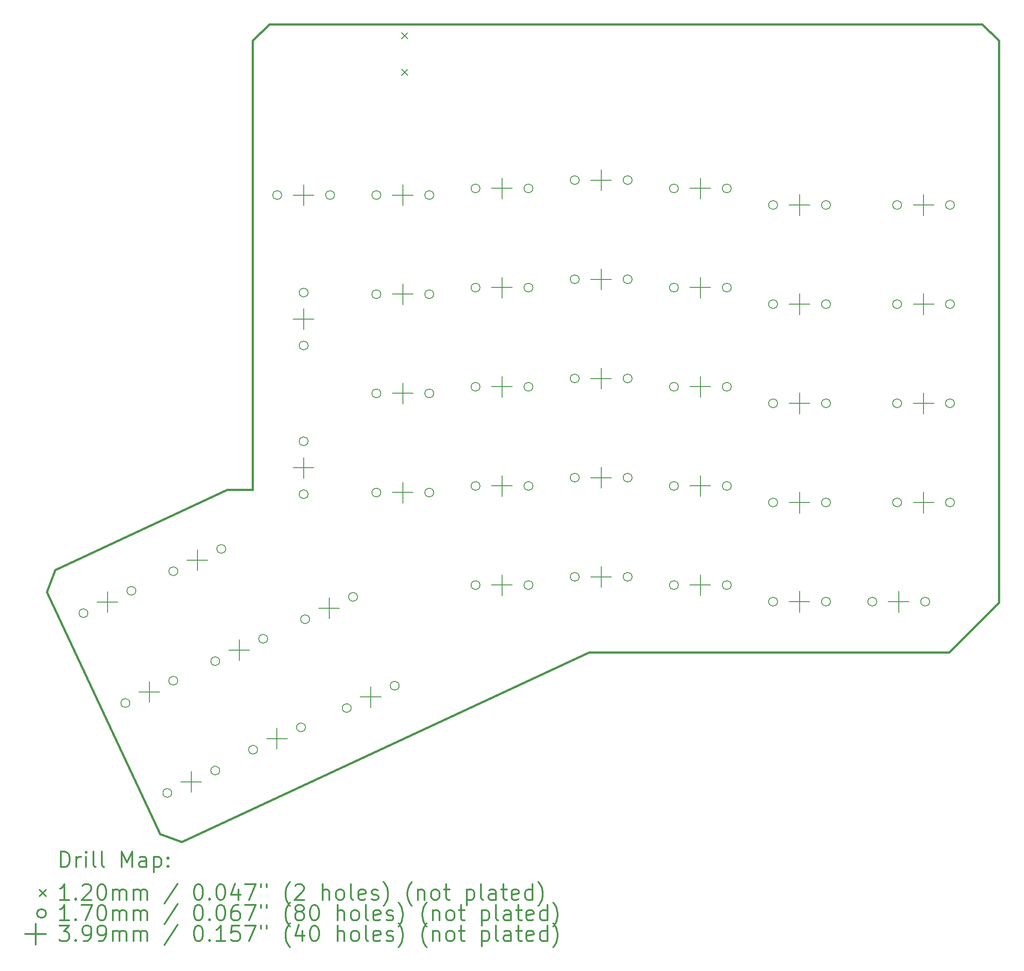
<source format=gbr>
%FSLAX45Y45*%
G04 Gerber Fmt 4.5, Leading zero omitted, Abs format (unit mm)*
G04 Created by KiCad (PCBNEW 5.1.7) date 2020-11-01 11:13:00*
%MOMM*%
%LPD*%
G01*
G04 APERTURE LIST*
%TA.AperFunction,Profile*%
%ADD10C,0.381000*%
%TD*%
%ADD11C,0.200000*%
%ADD12C,0.300000*%
G04 APERTURE END LIST*
D10*
X9012100Y-3225800D02*
X9352100Y-3225800D01*
X9012100Y-3225800D02*
X7787640Y-3225800D01*
X9504680Y-3225800D02*
X9352100Y-3225800D01*
X20274280Y-3225800D02*
X14340840Y-3225800D01*
X14340840Y-3225800D02*
X13190220Y-3225800D01*
X13190220Y-3225800D02*
X9504680Y-3225800D01*
X7787640Y-3225800D02*
X6581140Y-3225800D01*
X6581140Y-3225800D02*
X6261100Y-3543300D01*
X12715240Y-15290800D02*
X19639280Y-15290800D01*
X19639280Y-15290800D02*
X20591780Y-14338300D01*
X20591780Y-14338300D02*
X20591780Y-3543300D01*
X20591780Y-3543300D02*
X20274280Y-3225800D01*
X6261100Y-3543300D02*
X6261100Y-12166600D01*
X6261100Y-12166600D02*
X5770880Y-12166600D01*
X5770880Y-12166600D02*
X2461768Y-13709650D01*
X2461768Y-13709650D02*
X2308098Y-14131544D01*
X2308098Y-14131544D02*
X4476496Y-18781776D01*
X4476496Y-18781776D02*
X4898390Y-18935192D01*
X4898390Y-18935192D02*
X12715240Y-15290800D01*
D11*
X9117600Y-3389800D02*
X9237600Y-3509800D01*
X9237600Y-3389800D02*
X9117600Y-3509800D01*
X9117600Y-4089800D02*
X9237600Y-4209800D01*
X9237600Y-4089800D02*
X9117600Y-4209800D01*
X10626090Y-14002766D02*
G75*
G03*
X10626090Y-14002766I-85090J0D01*
G01*
X11642090Y-14002766D02*
G75*
G03*
X11642090Y-14002766I-85090J0D01*
G01*
X18722340Y-8605266D02*
G75*
G03*
X18722340Y-8605266I-85090J0D01*
G01*
X19738340Y-8605266D02*
G75*
G03*
X19738340Y-8605266I-85090J0D01*
G01*
X16341090Y-6700520D02*
G75*
G03*
X16341090Y-6700520I-85090J0D01*
G01*
X17357090Y-6700520D02*
G75*
G03*
X17357090Y-6700520I-85090J0D01*
G01*
X5626198Y-15463072D02*
G75*
G03*
X5626198Y-15463072I-85090J0D01*
G01*
X6547006Y-15033692D02*
G75*
G03*
X6547006Y-15033692I-85090J0D01*
G01*
X10626090Y-10192766D02*
G75*
G03*
X10626090Y-10192766I-85090J0D01*
G01*
X11642090Y-10192766D02*
G75*
G03*
X11642090Y-10192766I-85090J0D01*
G01*
X14436090Y-6382766D02*
G75*
G03*
X14436090Y-6382766I-85090J0D01*
G01*
X15452090Y-6382766D02*
G75*
G03*
X15452090Y-6382766I-85090J0D01*
G01*
X14436090Y-12097766D02*
G75*
G03*
X14436090Y-12097766I-85090J0D01*
G01*
X15452090Y-12097766D02*
G75*
G03*
X15452090Y-12097766I-85090J0D01*
G01*
X16341090Y-10510266D02*
G75*
G03*
X16341090Y-10510266I-85090J0D01*
G01*
X17357090Y-10510266D02*
G75*
G03*
X17357090Y-10510266I-85090J0D01*
G01*
X12531090Y-10033000D02*
G75*
G03*
X12531090Y-10033000I-85090J0D01*
G01*
X13547090Y-10033000D02*
G75*
G03*
X13547090Y-10033000I-85090J0D01*
G01*
X10626090Y-8287766D02*
G75*
G03*
X10626090Y-8287766I-85090J0D01*
G01*
X11642090Y-8287766D02*
G75*
G03*
X11642090Y-8287766I-85090J0D01*
G01*
X8721090Y-10319766D02*
G75*
G03*
X8721090Y-10319766I-85090J0D01*
G01*
X9737090Y-10319766D02*
G75*
G03*
X9737090Y-10319766I-85090J0D01*
G01*
X10626090Y-12097766D02*
G75*
G03*
X10626090Y-12097766I-85090J0D01*
G01*
X11642090Y-12097766D02*
G75*
G03*
X11642090Y-12097766I-85090J0D01*
G01*
X12531090Y-13843000D02*
G75*
G03*
X12531090Y-13843000I-85090J0D01*
G01*
X13547090Y-13843000D02*
G75*
G03*
X13547090Y-13843000I-85090J0D01*
G01*
X8152286Y-16364490D02*
G75*
G03*
X8152286Y-16364490I-85090J0D01*
G01*
X9073094Y-15935110D02*
G75*
G03*
X9073094Y-15935110I-85090J0D01*
G01*
X14436090Y-10192766D02*
G75*
G03*
X14436090Y-10192766I-85090J0D01*
G01*
X15452090Y-10192766D02*
G75*
G03*
X15452090Y-10192766I-85090J0D01*
G01*
X18722340Y-10510266D02*
G75*
G03*
X18722340Y-10510266I-85090J0D01*
G01*
X19738340Y-10510266D02*
G75*
G03*
X19738340Y-10510266I-85090J0D01*
G01*
X7352636Y-14657892D02*
G75*
G03*
X7352636Y-14657892I-85090J0D01*
G01*
X8273444Y-14228512D02*
G75*
G03*
X8273444Y-14228512I-85090J0D01*
G01*
X8721090Y-12224766D02*
G75*
G03*
X8721090Y-12224766I-85090J0D01*
G01*
X9737090Y-12224766D02*
G75*
G03*
X9737090Y-12224766I-85090J0D01*
G01*
X7324090Y-11240516D02*
G75*
G03*
X7324090Y-11240516I-85090J0D01*
G01*
X7324090Y-12256516D02*
G75*
G03*
X7324090Y-12256516I-85090J0D01*
G01*
X12531090Y-8128000D02*
G75*
G03*
X12531090Y-8128000I-85090J0D01*
G01*
X13547090Y-8128000D02*
G75*
G03*
X13547090Y-8128000I-85090J0D01*
G01*
X18722340Y-6700520D02*
G75*
G03*
X18722340Y-6700520I-85090J0D01*
G01*
X19738340Y-6700520D02*
G75*
G03*
X19738340Y-6700520I-85090J0D01*
G01*
X18722340Y-12415266D02*
G75*
G03*
X18722340Y-12415266I-85090J0D01*
G01*
X19738340Y-12415266D02*
G75*
G03*
X19738340Y-12415266I-85090J0D01*
G01*
X14436090Y-8287766D02*
G75*
G03*
X14436090Y-8287766I-85090J0D01*
G01*
X15452090Y-8287766D02*
G75*
G03*
X15452090Y-8287766I-85090J0D01*
G01*
X16341090Y-8605266D02*
G75*
G03*
X16341090Y-8605266I-85090J0D01*
G01*
X17357090Y-8605266D02*
G75*
G03*
X17357090Y-8605266I-85090J0D01*
G01*
X8721090Y-6510020D02*
G75*
G03*
X8721090Y-6510020I-85090J0D01*
G01*
X9737090Y-6510020D02*
G75*
G03*
X9737090Y-6510020I-85090J0D01*
G01*
X3899506Y-16267998D02*
G75*
G03*
X3899506Y-16267998I-85090J0D01*
G01*
X4820314Y-15838618D02*
G75*
G03*
X4820314Y-15838618I-85090J0D01*
G01*
X12531090Y-6223000D02*
G75*
G03*
X12531090Y-6223000I-85090J0D01*
G01*
X13547090Y-6223000D02*
G75*
G03*
X13547090Y-6223000I-85090J0D01*
G01*
X10626090Y-6382766D02*
G75*
G03*
X10626090Y-6382766I-85090J0D01*
G01*
X11642090Y-6382766D02*
G75*
G03*
X11642090Y-6382766I-85090J0D01*
G01*
X3094580Y-14541560D02*
G75*
G03*
X3094580Y-14541560I-85090J0D01*
G01*
X4015388Y-14112180D02*
G75*
G03*
X4015388Y-14112180I-85090J0D01*
G01*
X6352286Y-17164490D02*
G75*
G03*
X6352286Y-17164490I-85090J0D01*
G01*
X7273094Y-16735110D02*
G75*
G03*
X7273094Y-16735110I-85090J0D01*
G01*
X12531090Y-11938000D02*
G75*
G03*
X12531090Y-11938000I-85090J0D01*
G01*
X13547090Y-11938000D02*
G75*
G03*
X13547090Y-11938000I-85090J0D01*
G01*
X16341090Y-12415266D02*
G75*
G03*
X16341090Y-12415266I-85090J0D01*
G01*
X17357090Y-12415266D02*
G75*
G03*
X17357090Y-12415266I-85090J0D01*
G01*
X14436090Y-14002766D02*
G75*
G03*
X14436090Y-14002766I-85090J0D01*
G01*
X15452090Y-14002766D02*
G75*
G03*
X15452090Y-14002766I-85090J0D01*
G01*
X4821018Y-13736634D02*
G75*
G03*
X4821018Y-13736634I-85090J0D01*
G01*
X5741826Y-13307254D02*
G75*
G03*
X5741826Y-13307254I-85090J0D01*
G01*
X16341090Y-14320266D02*
G75*
G03*
X16341090Y-14320266I-85090J0D01*
G01*
X17357090Y-14320266D02*
G75*
G03*
X17357090Y-14320266I-85090J0D01*
G01*
X6816090Y-6510020D02*
G75*
G03*
X6816090Y-6510020I-85090J0D01*
G01*
X7832090Y-6510020D02*
G75*
G03*
X7832090Y-6510020I-85090J0D01*
G01*
X7324090Y-8383016D02*
G75*
G03*
X7324090Y-8383016I-85090J0D01*
G01*
X7324090Y-9399016D02*
G75*
G03*
X7324090Y-9399016I-85090J0D01*
G01*
X8721090Y-8414766D02*
G75*
G03*
X8721090Y-8414766I-85090J0D01*
G01*
X9737090Y-8414766D02*
G75*
G03*
X9737090Y-8414766I-85090J0D01*
G01*
X18246090Y-14320266D02*
G75*
G03*
X18246090Y-14320266I-85090J0D01*
G01*
X19262090Y-14320266D02*
G75*
G03*
X19262090Y-14320266I-85090J0D01*
G01*
X4704686Y-17994690D02*
G75*
G03*
X4704686Y-17994690I-85090J0D01*
G01*
X5625494Y-17565310D02*
G75*
G03*
X5625494Y-17565310I-85090J0D01*
G01*
X16764000Y-8405876D02*
X16764000Y-8804656D01*
X16564610Y-8605266D02*
X16963390Y-8605266D01*
X9144000Y-6310630D02*
X9144000Y-6709410D01*
X8944610Y-6510020D02*
X9343390Y-6510020D01*
X4274820Y-15853918D02*
X4274820Y-16252698D01*
X4075430Y-16053308D02*
X4474210Y-16053308D01*
X12954000Y-6023610D02*
X12954000Y-6422390D01*
X12754610Y-6223000D02*
X13153390Y-6223000D01*
X11049000Y-6183376D02*
X11049000Y-6582156D01*
X10849610Y-6382766D02*
X11248390Y-6382766D01*
X3469894Y-14127480D02*
X3469894Y-14526260D01*
X3270504Y-14326870D02*
X3669284Y-14326870D01*
X6727600Y-16750410D02*
X6727600Y-17149190D01*
X6528210Y-16949800D02*
X6926990Y-16949800D01*
X12954000Y-11738610D02*
X12954000Y-12137390D01*
X12754610Y-11938000D02*
X13153390Y-11938000D01*
X16764000Y-12215876D02*
X16764000Y-12614656D01*
X16564610Y-12415266D02*
X16963390Y-12415266D01*
X14859000Y-13803376D02*
X14859000Y-14202156D01*
X14659610Y-14002766D02*
X15058390Y-14002766D01*
X5196332Y-13322554D02*
X5196332Y-13721334D01*
X4996942Y-13521944D02*
X5395722Y-13521944D01*
X16764000Y-14120876D02*
X16764000Y-14519656D01*
X16564610Y-14320266D02*
X16963390Y-14320266D01*
X7239000Y-6310630D02*
X7239000Y-6709410D01*
X7039610Y-6510020D02*
X7438390Y-6510020D01*
X7239000Y-8691626D02*
X7239000Y-9090406D01*
X7039610Y-8891016D02*
X7438390Y-8891016D01*
X9144000Y-8215376D02*
X9144000Y-8614156D01*
X8944610Y-8414766D02*
X9343390Y-8414766D01*
X18669000Y-14120876D02*
X18669000Y-14519656D01*
X18469610Y-14320266D02*
X18868390Y-14320266D01*
X5080000Y-17580610D02*
X5080000Y-17979390D01*
X4880610Y-17780000D02*
X5279390Y-17780000D01*
X11049000Y-13803376D02*
X11049000Y-14202156D01*
X10849610Y-14002766D02*
X11248390Y-14002766D01*
X19145250Y-8405876D02*
X19145250Y-8804656D01*
X18945860Y-8605266D02*
X19344640Y-8605266D01*
X16764000Y-6501130D02*
X16764000Y-6899910D01*
X16564610Y-6700520D02*
X16963390Y-6700520D01*
X6001512Y-15048992D02*
X6001512Y-15447772D01*
X5802122Y-15248382D02*
X6200902Y-15248382D01*
X11049000Y-9993376D02*
X11049000Y-10392156D01*
X10849610Y-10192766D02*
X11248390Y-10192766D01*
X14859000Y-6183376D02*
X14859000Y-6582156D01*
X14659610Y-6382766D02*
X15058390Y-6382766D01*
X14859000Y-11898376D02*
X14859000Y-12297156D01*
X14659610Y-12097766D02*
X15058390Y-12097766D01*
X16764000Y-10310876D02*
X16764000Y-10709656D01*
X16564610Y-10510266D02*
X16963390Y-10510266D01*
X12954000Y-9833610D02*
X12954000Y-10232390D01*
X12754610Y-10033000D02*
X13153390Y-10033000D01*
X11049000Y-8088376D02*
X11049000Y-8487156D01*
X10849610Y-8287766D02*
X11248390Y-8287766D01*
X9144000Y-10120376D02*
X9144000Y-10519156D01*
X8944610Y-10319766D02*
X9343390Y-10319766D01*
X11049000Y-11898376D02*
X11049000Y-12297156D01*
X10849610Y-12097766D02*
X11248390Y-12097766D01*
X12954000Y-13643610D02*
X12954000Y-14042390D01*
X12754610Y-13843000D02*
X13153390Y-13843000D01*
X8527600Y-15950410D02*
X8527600Y-16349190D01*
X8328210Y-16149800D02*
X8726990Y-16149800D01*
X14859000Y-9993376D02*
X14859000Y-10392156D01*
X14659610Y-10192766D02*
X15058390Y-10192766D01*
X19145250Y-10310876D02*
X19145250Y-10709656D01*
X18945860Y-10510266D02*
X19344640Y-10510266D01*
X7727950Y-14243812D02*
X7727950Y-14642592D01*
X7528560Y-14443202D02*
X7927340Y-14443202D01*
X9144000Y-12025376D02*
X9144000Y-12424156D01*
X8944610Y-12224766D02*
X9343390Y-12224766D01*
X7239000Y-11549126D02*
X7239000Y-11947906D01*
X7039610Y-11748516D02*
X7438390Y-11748516D01*
X12954000Y-7928610D02*
X12954000Y-8327390D01*
X12754610Y-8128000D02*
X13153390Y-8128000D01*
X19145250Y-6501130D02*
X19145250Y-6899910D01*
X18945860Y-6700520D02*
X19344640Y-6700520D01*
X19145250Y-12215876D02*
X19145250Y-12614656D01*
X18945860Y-12415266D02*
X19344640Y-12415266D01*
X14859000Y-8088376D02*
X14859000Y-8487156D01*
X14659610Y-8287766D02*
X15058390Y-8287766D01*
D12*
X2575476Y-19419956D02*
X2575476Y-19119956D01*
X2646905Y-19119956D01*
X2689762Y-19134242D01*
X2718334Y-19162814D01*
X2732619Y-19191385D01*
X2746905Y-19248528D01*
X2746905Y-19291385D01*
X2732619Y-19348528D01*
X2718334Y-19377099D01*
X2689762Y-19405671D01*
X2646905Y-19419956D01*
X2575476Y-19419956D01*
X2875476Y-19419956D02*
X2875476Y-19219956D01*
X2875476Y-19277099D02*
X2889762Y-19248528D01*
X2904048Y-19234242D01*
X2932619Y-19219956D01*
X2961191Y-19219956D01*
X3061191Y-19419956D02*
X3061191Y-19219956D01*
X3061191Y-19119956D02*
X3046905Y-19134242D01*
X3061191Y-19148528D01*
X3075476Y-19134242D01*
X3061191Y-19119956D01*
X3061191Y-19148528D01*
X3246905Y-19419956D02*
X3218334Y-19405671D01*
X3204048Y-19377099D01*
X3204048Y-19119956D01*
X3404048Y-19419956D02*
X3375476Y-19405671D01*
X3361191Y-19377099D01*
X3361191Y-19119956D01*
X3746905Y-19419956D02*
X3746905Y-19119956D01*
X3846905Y-19334242D01*
X3946905Y-19119956D01*
X3946905Y-19419956D01*
X4218334Y-19419956D02*
X4218334Y-19262814D01*
X4204048Y-19234242D01*
X4175476Y-19219956D01*
X4118334Y-19219956D01*
X4089762Y-19234242D01*
X4218334Y-19405671D02*
X4189762Y-19419956D01*
X4118334Y-19419956D01*
X4089762Y-19405671D01*
X4075476Y-19377099D01*
X4075476Y-19348528D01*
X4089762Y-19319956D01*
X4118334Y-19305671D01*
X4189762Y-19305671D01*
X4218334Y-19291385D01*
X4361191Y-19219956D02*
X4361191Y-19519956D01*
X4361191Y-19234242D02*
X4389762Y-19219956D01*
X4446905Y-19219956D01*
X4475476Y-19234242D01*
X4489762Y-19248528D01*
X4504048Y-19277099D01*
X4504048Y-19362814D01*
X4489762Y-19391385D01*
X4475476Y-19405671D01*
X4446905Y-19419956D01*
X4389762Y-19419956D01*
X4361191Y-19405671D01*
X4632619Y-19391385D02*
X4646905Y-19405671D01*
X4632619Y-19419956D01*
X4618334Y-19405671D01*
X4632619Y-19391385D01*
X4632619Y-19419956D01*
X4632619Y-19234242D02*
X4646905Y-19248528D01*
X4632619Y-19262814D01*
X4618334Y-19248528D01*
X4632619Y-19234242D01*
X4632619Y-19262814D01*
X2169048Y-19854242D02*
X2289048Y-19974242D01*
X2289048Y-19854242D02*
X2169048Y-19974242D01*
X2732619Y-20049956D02*
X2561191Y-20049956D01*
X2646905Y-20049956D02*
X2646905Y-19749956D01*
X2618334Y-19792814D01*
X2589762Y-19821385D01*
X2561191Y-19835671D01*
X2861191Y-20021385D02*
X2875476Y-20035671D01*
X2861191Y-20049956D01*
X2846905Y-20035671D01*
X2861191Y-20021385D01*
X2861191Y-20049956D01*
X2989762Y-19778528D02*
X3004048Y-19764242D01*
X3032619Y-19749956D01*
X3104048Y-19749956D01*
X3132619Y-19764242D01*
X3146905Y-19778528D01*
X3161191Y-19807099D01*
X3161191Y-19835671D01*
X3146905Y-19878528D01*
X2975476Y-20049956D01*
X3161191Y-20049956D01*
X3346905Y-19749956D02*
X3375476Y-19749956D01*
X3404048Y-19764242D01*
X3418334Y-19778528D01*
X3432619Y-19807099D01*
X3446905Y-19864242D01*
X3446905Y-19935671D01*
X3432619Y-19992814D01*
X3418334Y-20021385D01*
X3404048Y-20035671D01*
X3375476Y-20049956D01*
X3346905Y-20049956D01*
X3318334Y-20035671D01*
X3304048Y-20021385D01*
X3289762Y-19992814D01*
X3275476Y-19935671D01*
X3275476Y-19864242D01*
X3289762Y-19807099D01*
X3304048Y-19778528D01*
X3318334Y-19764242D01*
X3346905Y-19749956D01*
X3575476Y-20049956D02*
X3575476Y-19849956D01*
X3575476Y-19878528D02*
X3589762Y-19864242D01*
X3618334Y-19849956D01*
X3661191Y-19849956D01*
X3689762Y-19864242D01*
X3704048Y-19892814D01*
X3704048Y-20049956D01*
X3704048Y-19892814D02*
X3718334Y-19864242D01*
X3746905Y-19849956D01*
X3789762Y-19849956D01*
X3818334Y-19864242D01*
X3832619Y-19892814D01*
X3832619Y-20049956D01*
X3975476Y-20049956D02*
X3975476Y-19849956D01*
X3975476Y-19878528D02*
X3989762Y-19864242D01*
X4018334Y-19849956D01*
X4061191Y-19849956D01*
X4089762Y-19864242D01*
X4104048Y-19892814D01*
X4104048Y-20049956D01*
X4104048Y-19892814D02*
X4118334Y-19864242D01*
X4146905Y-19849956D01*
X4189762Y-19849956D01*
X4218334Y-19864242D01*
X4232619Y-19892814D01*
X4232619Y-20049956D01*
X4818334Y-19735671D02*
X4561191Y-20121385D01*
X5204048Y-19749956D02*
X5232619Y-19749956D01*
X5261191Y-19764242D01*
X5275476Y-19778528D01*
X5289762Y-19807099D01*
X5304048Y-19864242D01*
X5304048Y-19935671D01*
X5289762Y-19992814D01*
X5275476Y-20021385D01*
X5261191Y-20035671D01*
X5232619Y-20049956D01*
X5204048Y-20049956D01*
X5175476Y-20035671D01*
X5161191Y-20021385D01*
X5146905Y-19992814D01*
X5132619Y-19935671D01*
X5132619Y-19864242D01*
X5146905Y-19807099D01*
X5161191Y-19778528D01*
X5175476Y-19764242D01*
X5204048Y-19749956D01*
X5432619Y-20021385D02*
X5446905Y-20035671D01*
X5432619Y-20049956D01*
X5418334Y-20035671D01*
X5432619Y-20021385D01*
X5432619Y-20049956D01*
X5632619Y-19749956D02*
X5661191Y-19749956D01*
X5689762Y-19764242D01*
X5704048Y-19778528D01*
X5718334Y-19807099D01*
X5732619Y-19864242D01*
X5732619Y-19935671D01*
X5718334Y-19992814D01*
X5704048Y-20021385D01*
X5689762Y-20035671D01*
X5661191Y-20049956D01*
X5632619Y-20049956D01*
X5604048Y-20035671D01*
X5589762Y-20021385D01*
X5575476Y-19992814D01*
X5561191Y-19935671D01*
X5561191Y-19864242D01*
X5575476Y-19807099D01*
X5589762Y-19778528D01*
X5604048Y-19764242D01*
X5632619Y-19749956D01*
X5989762Y-19849956D02*
X5989762Y-20049956D01*
X5918334Y-19735671D02*
X5846905Y-19949956D01*
X6032619Y-19949956D01*
X6118334Y-19749956D02*
X6318334Y-19749956D01*
X6189762Y-20049956D01*
X6418334Y-19749956D02*
X6418334Y-19807099D01*
X6532619Y-19749956D02*
X6532619Y-19807099D01*
X6975476Y-20164242D02*
X6961191Y-20149956D01*
X6932619Y-20107099D01*
X6918334Y-20078528D01*
X6904048Y-20035671D01*
X6889762Y-19964242D01*
X6889762Y-19907099D01*
X6904048Y-19835671D01*
X6918334Y-19792814D01*
X6932619Y-19764242D01*
X6961191Y-19721385D01*
X6975476Y-19707099D01*
X7075476Y-19778528D02*
X7089762Y-19764242D01*
X7118334Y-19749956D01*
X7189762Y-19749956D01*
X7218334Y-19764242D01*
X7232619Y-19778528D01*
X7246905Y-19807099D01*
X7246905Y-19835671D01*
X7232619Y-19878528D01*
X7061191Y-20049956D01*
X7246905Y-20049956D01*
X7604048Y-20049956D02*
X7604048Y-19749956D01*
X7732619Y-20049956D02*
X7732619Y-19892814D01*
X7718334Y-19864242D01*
X7689762Y-19849956D01*
X7646905Y-19849956D01*
X7618334Y-19864242D01*
X7604048Y-19878528D01*
X7918334Y-20049956D02*
X7889762Y-20035671D01*
X7875476Y-20021385D01*
X7861191Y-19992814D01*
X7861191Y-19907099D01*
X7875476Y-19878528D01*
X7889762Y-19864242D01*
X7918334Y-19849956D01*
X7961191Y-19849956D01*
X7989762Y-19864242D01*
X8004048Y-19878528D01*
X8018334Y-19907099D01*
X8018334Y-19992814D01*
X8004048Y-20021385D01*
X7989762Y-20035671D01*
X7961191Y-20049956D01*
X7918334Y-20049956D01*
X8189762Y-20049956D02*
X8161191Y-20035671D01*
X8146905Y-20007099D01*
X8146905Y-19749956D01*
X8418334Y-20035671D02*
X8389762Y-20049956D01*
X8332619Y-20049956D01*
X8304048Y-20035671D01*
X8289762Y-20007099D01*
X8289762Y-19892814D01*
X8304048Y-19864242D01*
X8332619Y-19849956D01*
X8389762Y-19849956D01*
X8418334Y-19864242D01*
X8432619Y-19892814D01*
X8432619Y-19921385D01*
X8289762Y-19949956D01*
X8546905Y-20035671D02*
X8575476Y-20049956D01*
X8632619Y-20049956D01*
X8661191Y-20035671D01*
X8675476Y-20007099D01*
X8675476Y-19992814D01*
X8661191Y-19964242D01*
X8632619Y-19949956D01*
X8589762Y-19949956D01*
X8561191Y-19935671D01*
X8546905Y-19907099D01*
X8546905Y-19892814D01*
X8561191Y-19864242D01*
X8589762Y-19849956D01*
X8632619Y-19849956D01*
X8661191Y-19864242D01*
X8775476Y-20164242D02*
X8789762Y-20149956D01*
X8818334Y-20107099D01*
X8832619Y-20078528D01*
X8846905Y-20035671D01*
X8861191Y-19964242D01*
X8861191Y-19907099D01*
X8846905Y-19835671D01*
X8832619Y-19792814D01*
X8818334Y-19764242D01*
X8789762Y-19721385D01*
X8775476Y-19707099D01*
X9318334Y-20164242D02*
X9304048Y-20149956D01*
X9275476Y-20107099D01*
X9261191Y-20078528D01*
X9246905Y-20035671D01*
X9232619Y-19964242D01*
X9232619Y-19907099D01*
X9246905Y-19835671D01*
X9261191Y-19792814D01*
X9275476Y-19764242D01*
X9304048Y-19721385D01*
X9318334Y-19707099D01*
X9432619Y-19849956D02*
X9432619Y-20049956D01*
X9432619Y-19878528D02*
X9446905Y-19864242D01*
X9475476Y-19849956D01*
X9518334Y-19849956D01*
X9546905Y-19864242D01*
X9561191Y-19892814D01*
X9561191Y-20049956D01*
X9746905Y-20049956D02*
X9718334Y-20035671D01*
X9704048Y-20021385D01*
X9689762Y-19992814D01*
X9689762Y-19907099D01*
X9704048Y-19878528D01*
X9718334Y-19864242D01*
X9746905Y-19849956D01*
X9789762Y-19849956D01*
X9818334Y-19864242D01*
X9832619Y-19878528D01*
X9846905Y-19907099D01*
X9846905Y-19992814D01*
X9832619Y-20021385D01*
X9818334Y-20035671D01*
X9789762Y-20049956D01*
X9746905Y-20049956D01*
X9932619Y-19849956D02*
X10046905Y-19849956D01*
X9975476Y-19749956D02*
X9975476Y-20007099D01*
X9989762Y-20035671D01*
X10018334Y-20049956D01*
X10046905Y-20049956D01*
X10375476Y-19849956D02*
X10375476Y-20149956D01*
X10375476Y-19864242D02*
X10404048Y-19849956D01*
X10461191Y-19849956D01*
X10489762Y-19864242D01*
X10504048Y-19878528D01*
X10518334Y-19907099D01*
X10518334Y-19992814D01*
X10504048Y-20021385D01*
X10489762Y-20035671D01*
X10461191Y-20049956D01*
X10404048Y-20049956D01*
X10375476Y-20035671D01*
X10689762Y-20049956D02*
X10661191Y-20035671D01*
X10646905Y-20007099D01*
X10646905Y-19749956D01*
X10932619Y-20049956D02*
X10932619Y-19892814D01*
X10918334Y-19864242D01*
X10889762Y-19849956D01*
X10832619Y-19849956D01*
X10804048Y-19864242D01*
X10932619Y-20035671D02*
X10904048Y-20049956D01*
X10832619Y-20049956D01*
X10804048Y-20035671D01*
X10789762Y-20007099D01*
X10789762Y-19978528D01*
X10804048Y-19949956D01*
X10832619Y-19935671D01*
X10904048Y-19935671D01*
X10932619Y-19921385D01*
X11032619Y-19849956D02*
X11146905Y-19849956D01*
X11075476Y-19749956D02*
X11075476Y-20007099D01*
X11089762Y-20035671D01*
X11118334Y-20049956D01*
X11146905Y-20049956D01*
X11361191Y-20035671D02*
X11332619Y-20049956D01*
X11275476Y-20049956D01*
X11246905Y-20035671D01*
X11232619Y-20007099D01*
X11232619Y-19892814D01*
X11246905Y-19864242D01*
X11275476Y-19849956D01*
X11332619Y-19849956D01*
X11361191Y-19864242D01*
X11375476Y-19892814D01*
X11375476Y-19921385D01*
X11232619Y-19949956D01*
X11632619Y-20049956D02*
X11632619Y-19749956D01*
X11632619Y-20035671D02*
X11604048Y-20049956D01*
X11546905Y-20049956D01*
X11518334Y-20035671D01*
X11504048Y-20021385D01*
X11489762Y-19992814D01*
X11489762Y-19907099D01*
X11504048Y-19878528D01*
X11518334Y-19864242D01*
X11546905Y-19849956D01*
X11604048Y-19849956D01*
X11632619Y-19864242D01*
X11746905Y-20164242D02*
X11761191Y-20149956D01*
X11789762Y-20107099D01*
X11804048Y-20078528D01*
X11818334Y-20035671D01*
X11832619Y-19964242D01*
X11832619Y-19907099D01*
X11818334Y-19835671D01*
X11804048Y-19792814D01*
X11789762Y-19764242D01*
X11761191Y-19721385D01*
X11746905Y-19707099D01*
X2289048Y-20310242D02*
G75*
G03*
X2289048Y-20310242I-85090J0D01*
G01*
X2732619Y-20445956D02*
X2561191Y-20445956D01*
X2646905Y-20445956D02*
X2646905Y-20145956D01*
X2618334Y-20188814D01*
X2589762Y-20217385D01*
X2561191Y-20231671D01*
X2861191Y-20417385D02*
X2875476Y-20431671D01*
X2861191Y-20445956D01*
X2846905Y-20431671D01*
X2861191Y-20417385D01*
X2861191Y-20445956D01*
X2975476Y-20145956D02*
X3175476Y-20145956D01*
X3046905Y-20445956D01*
X3346905Y-20145956D02*
X3375476Y-20145956D01*
X3404048Y-20160242D01*
X3418334Y-20174528D01*
X3432619Y-20203099D01*
X3446905Y-20260242D01*
X3446905Y-20331671D01*
X3432619Y-20388814D01*
X3418334Y-20417385D01*
X3404048Y-20431671D01*
X3375476Y-20445956D01*
X3346905Y-20445956D01*
X3318334Y-20431671D01*
X3304048Y-20417385D01*
X3289762Y-20388814D01*
X3275476Y-20331671D01*
X3275476Y-20260242D01*
X3289762Y-20203099D01*
X3304048Y-20174528D01*
X3318334Y-20160242D01*
X3346905Y-20145956D01*
X3575476Y-20445956D02*
X3575476Y-20245956D01*
X3575476Y-20274528D02*
X3589762Y-20260242D01*
X3618334Y-20245956D01*
X3661191Y-20245956D01*
X3689762Y-20260242D01*
X3704048Y-20288814D01*
X3704048Y-20445956D01*
X3704048Y-20288814D02*
X3718334Y-20260242D01*
X3746905Y-20245956D01*
X3789762Y-20245956D01*
X3818334Y-20260242D01*
X3832619Y-20288814D01*
X3832619Y-20445956D01*
X3975476Y-20445956D02*
X3975476Y-20245956D01*
X3975476Y-20274528D02*
X3989762Y-20260242D01*
X4018334Y-20245956D01*
X4061191Y-20245956D01*
X4089762Y-20260242D01*
X4104048Y-20288814D01*
X4104048Y-20445956D01*
X4104048Y-20288814D02*
X4118334Y-20260242D01*
X4146905Y-20245956D01*
X4189762Y-20245956D01*
X4218334Y-20260242D01*
X4232619Y-20288814D01*
X4232619Y-20445956D01*
X4818334Y-20131671D02*
X4561191Y-20517385D01*
X5204048Y-20145956D02*
X5232619Y-20145956D01*
X5261191Y-20160242D01*
X5275476Y-20174528D01*
X5289762Y-20203099D01*
X5304048Y-20260242D01*
X5304048Y-20331671D01*
X5289762Y-20388814D01*
X5275476Y-20417385D01*
X5261191Y-20431671D01*
X5232619Y-20445956D01*
X5204048Y-20445956D01*
X5175476Y-20431671D01*
X5161191Y-20417385D01*
X5146905Y-20388814D01*
X5132619Y-20331671D01*
X5132619Y-20260242D01*
X5146905Y-20203099D01*
X5161191Y-20174528D01*
X5175476Y-20160242D01*
X5204048Y-20145956D01*
X5432619Y-20417385D02*
X5446905Y-20431671D01*
X5432619Y-20445956D01*
X5418334Y-20431671D01*
X5432619Y-20417385D01*
X5432619Y-20445956D01*
X5632619Y-20145956D02*
X5661191Y-20145956D01*
X5689762Y-20160242D01*
X5704048Y-20174528D01*
X5718334Y-20203099D01*
X5732619Y-20260242D01*
X5732619Y-20331671D01*
X5718334Y-20388814D01*
X5704048Y-20417385D01*
X5689762Y-20431671D01*
X5661191Y-20445956D01*
X5632619Y-20445956D01*
X5604048Y-20431671D01*
X5589762Y-20417385D01*
X5575476Y-20388814D01*
X5561191Y-20331671D01*
X5561191Y-20260242D01*
X5575476Y-20203099D01*
X5589762Y-20174528D01*
X5604048Y-20160242D01*
X5632619Y-20145956D01*
X5989762Y-20145956D02*
X5932619Y-20145956D01*
X5904048Y-20160242D01*
X5889762Y-20174528D01*
X5861191Y-20217385D01*
X5846905Y-20274528D01*
X5846905Y-20388814D01*
X5861191Y-20417385D01*
X5875476Y-20431671D01*
X5904048Y-20445956D01*
X5961191Y-20445956D01*
X5989762Y-20431671D01*
X6004048Y-20417385D01*
X6018334Y-20388814D01*
X6018334Y-20317385D01*
X6004048Y-20288814D01*
X5989762Y-20274528D01*
X5961191Y-20260242D01*
X5904048Y-20260242D01*
X5875476Y-20274528D01*
X5861191Y-20288814D01*
X5846905Y-20317385D01*
X6118334Y-20145956D02*
X6318334Y-20145956D01*
X6189762Y-20445956D01*
X6418334Y-20145956D02*
X6418334Y-20203099D01*
X6532619Y-20145956D02*
X6532619Y-20203099D01*
X6975476Y-20560242D02*
X6961191Y-20545956D01*
X6932619Y-20503099D01*
X6918334Y-20474528D01*
X6904048Y-20431671D01*
X6889762Y-20360242D01*
X6889762Y-20303099D01*
X6904048Y-20231671D01*
X6918334Y-20188814D01*
X6932619Y-20160242D01*
X6961191Y-20117385D01*
X6975476Y-20103099D01*
X7132619Y-20274528D02*
X7104048Y-20260242D01*
X7089762Y-20245956D01*
X7075476Y-20217385D01*
X7075476Y-20203099D01*
X7089762Y-20174528D01*
X7104048Y-20160242D01*
X7132619Y-20145956D01*
X7189762Y-20145956D01*
X7218334Y-20160242D01*
X7232619Y-20174528D01*
X7246905Y-20203099D01*
X7246905Y-20217385D01*
X7232619Y-20245956D01*
X7218334Y-20260242D01*
X7189762Y-20274528D01*
X7132619Y-20274528D01*
X7104048Y-20288814D01*
X7089762Y-20303099D01*
X7075476Y-20331671D01*
X7075476Y-20388814D01*
X7089762Y-20417385D01*
X7104048Y-20431671D01*
X7132619Y-20445956D01*
X7189762Y-20445956D01*
X7218334Y-20431671D01*
X7232619Y-20417385D01*
X7246905Y-20388814D01*
X7246905Y-20331671D01*
X7232619Y-20303099D01*
X7218334Y-20288814D01*
X7189762Y-20274528D01*
X7432619Y-20145956D02*
X7461191Y-20145956D01*
X7489762Y-20160242D01*
X7504048Y-20174528D01*
X7518334Y-20203099D01*
X7532619Y-20260242D01*
X7532619Y-20331671D01*
X7518334Y-20388814D01*
X7504048Y-20417385D01*
X7489762Y-20431671D01*
X7461191Y-20445956D01*
X7432619Y-20445956D01*
X7404048Y-20431671D01*
X7389762Y-20417385D01*
X7375476Y-20388814D01*
X7361191Y-20331671D01*
X7361191Y-20260242D01*
X7375476Y-20203099D01*
X7389762Y-20174528D01*
X7404048Y-20160242D01*
X7432619Y-20145956D01*
X7889762Y-20445956D02*
X7889762Y-20145956D01*
X8018334Y-20445956D02*
X8018334Y-20288814D01*
X8004048Y-20260242D01*
X7975476Y-20245956D01*
X7932619Y-20245956D01*
X7904048Y-20260242D01*
X7889762Y-20274528D01*
X8204048Y-20445956D02*
X8175476Y-20431671D01*
X8161191Y-20417385D01*
X8146905Y-20388814D01*
X8146905Y-20303099D01*
X8161191Y-20274528D01*
X8175476Y-20260242D01*
X8204048Y-20245956D01*
X8246905Y-20245956D01*
X8275476Y-20260242D01*
X8289762Y-20274528D01*
X8304048Y-20303099D01*
X8304048Y-20388814D01*
X8289762Y-20417385D01*
X8275476Y-20431671D01*
X8246905Y-20445956D01*
X8204048Y-20445956D01*
X8475476Y-20445956D02*
X8446905Y-20431671D01*
X8432619Y-20403099D01*
X8432619Y-20145956D01*
X8704048Y-20431671D02*
X8675476Y-20445956D01*
X8618334Y-20445956D01*
X8589762Y-20431671D01*
X8575476Y-20403099D01*
X8575476Y-20288814D01*
X8589762Y-20260242D01*
X8618334Y-20245956D01*
X8675476Y-20245956D01*
X8704048Y-20260242D01*
X8718334Y-20288814D01*
X8718334Y-20317385D01*
X8575476Y-20345956D01*
X8832619Y-20431671D02*
X8861191Y-20445956D01*
X8918334Y-20445956D01*
X8946905Y-20431671D01*
X8961191Y-20403099D01*
X8961191Y-20388814D01*
X8946905Y-20360242D01*
X8918334Y-20345956D01*
X8875476Y-20345956D01*
X8846905Y-20331671D01*
X8832619Y-20303099D01*
X8832619Y-20288814D01*
X8846905Y-20260242D01*
X8875476Y-20245956D01*
X8918334Y-20245956D01*
X8946905Y-20260242D01*
X9061191Y-20560242D02*
X9075476Y-20545956D01*
X9104048Y-20503099D01*
X9118334Y-20474528D01*
X9132619Y-20431671D01*
X9146905Y-20360242D01*
X9146905Y-20303099D01*
X9132619Y-20231671D01*
X9118334Y-20188814D01*
X9104048Y-20160242D01*
X9075476Y-20117385D01*
X9061191Y-20103099D01*
X9604048Y-20560242D02*
X9589762Y-20545956D01*
X9561191Y-20503099D01*
X9546905Y-20474528D01*
X9532619Y-20431671D01*
X9518334Y-20360242D01*
X9518334Y-20303099D01*
X9532619Y-20231671D01*
X9546905Y-20188814D01*
X9561191Y-20160242D01*
X9589762Y-20117385D01*
X9604048Y-20103099D01*
X9718334Y-20245956D02*
X9718334Y-20445956D01*
X9718334Y-20274528D02*
X9732619Y-20260242D01*
X9761191Y-20245956D01*
X9804048Y-20245956D01*
X9832619Y-20260242D01*
X9846905Y-20288814D01*
X9846905Y-20445956D01*
X10032619Y-20445956D02*
X10004048Y-20431671D01*
X9989762Y-20417385D01*
X9975476Y-20388814D01*
X9975476Y-20303099D01*
X9989762Y-20274528D01*
X10004048Y-20260242D01*
X10032619Y-20245956D01*
X10075476Y-20245956D01*
X10104048Y-20260242D01*
X10118334Y-20274528D01*
X10132619Y-20303099D01*
X10132619Y-20388814D01*
X10118334Y-20417385D01*
X10104048Y-20431671D01*
X10075476Y-20445956D01*
X10032619Y-20445956D01*
X10218334Y-20245956D02*
X10332619Y-20245956D01*
X10261191Y-20145956D02*
X10261191Y-20403099D01*
X10275476Y-20431671D01*
X10304048Y-20445956D01*
X10332619Y-20445956D01*
X10661191Y-20245956D02*
X10661191Y-20545956D01*
X10661191Y-20260242D02*
X10689762Y-20245956D01*
X10746905Y-20245956D01*
X10775476Y-20260242D01*
X10789762Y-20274528D01*
X10804048Y-20303099D01*
X10804048Y-20388814D01*
X10789762Y-20417385D01*
X10775476Y-20431671D01*
X10746905Y-20445956D01*
X10689762Y-20445956D01*
X10661191Y-20431671D01*
X10975476Y-20445956D02*
X10946905Y-20431671D01*
X10932619Y-20403099D01*
X10932619Y-20145956D01*
X11218334Y-20445956D02*
X11218334Y-20288814D01*
X11204048Y-20260242D01*
X11175476Y-20245956D01*
X11118334Y-20245956D01*
X11089762Y-20260242D01*
X11218334Y-20431671D02*
X11189762Y-20445956D01*
X11118334Y-20445956D01*
X11089762Y-20431671D01*
X11075476Y-20403099D01*
X11075476Y-20374528D01*
X11089762Y-20345956D01*
X11118334Y-20331671D01*
X11189762Y-20331671D01*
X11218334Y-20317385D01*
X11318334Y-20245956D02*
X11432619Y-20245956D01*
X11361191Y-20145956D02*
X11361191Y-20403099D01*
X11375476Y-20431671D01*
X11404048Y-20445956D01*
X11432619Y-20445956D01*
X11646905Y-20431671D02*
X11618334Y-20445956D01*
X11561191Y-20445956D01*
X11532619Y-20431671D01*
X11518334Y-20403099D01*
X11518334Y-20288814D01*
X11532619Y-20260242D01*
X11561191Y-20245956D01*
X11618334Y-20245956D01*
X11646905Y-20260242D01*
X11661191Y-20288814D01*
X11661191Y-20317385D01*
X11518334Y-20345956D01*
X11918334Y-20445956D02*
X11918334Y-20145956D01*
X11918334Y-20431671D02*
X11889762Y-20445956D01*
X11832619Y-20445956D01*
X11804048Y-20431671D01*
X11789762Y-20417385D01*
X11775476Y-20388814D01*
X11775476Y-20303099D01*
X11789762Y-20274528D01*
X11804048Y-20260242D01*
X11832619Y-20245956D01*
X11889762Y-20245956D01*
X11918334Y-20260242D01*
X12032619Y-20560242D02*
X12046905Y-20545956D01*
X12075476Y-20503099D01*
X12089762Y-20474528D01*
X12104048Y-20431671D01*
X12118334Y-20360242D01*
X12118334Y-20303099D01*
X12104048Y-20231671D01*
X12089762Y-20188814D01*
X12075476Y-20160242D01*
X12046905Y-20117385D01*
X12032619Y-20103099D01*
X2089658Y-20506852D02*
X2089658Y-20905632D01*
X1890268Y-20706242D02*
X2289048Y-20706242D01*
X2546905Y-20541956D02*
X2732619Y-20541956D01*
X2632619Y-20656242D01*
X2675476Y-20656242D01*
X2704048Y-20670528D01*
X2718334Y-20684814D01*
X2732619Y-20713385D01*
X2732619Y-20784814D01*
X2718334Y-20813385D01*
X2704048Y-20827671D01*
X2675476Y-20841956D01*
X2589762Y-20841956D01*
X2561191Y-20827671D01*
X2546905Y-20813385D01*
X2861191Y-20813385D02*
X2875476Y-20827671D01*
X2861191Y-20841956D01*
X2846905Y-20827671D01*
X2861191Y-20813385D01*
X2861191Y-20841956D01*
X3018334Y-20841956D02*
X3075476Y-20841956D01*
X3104048Y-20827671D01*
X3118334Y-20813385D01*
X3146905Y-20770528D01*
X3161191Y-20713385D01*
X3161191Y-20599099D01*
X3146905Y-20570528D01*
X3132619Y-20556242D01*
X3104048Y-20541956D01*
X3046905Y-20541956D01*
X3018334Y-20556242D01*
X3004048Y-20570528D01*
X2989762Y-20599099D01*
X2989762Y-20670528D01*
X3004048Y-20699099D01*
X3018334Y-20713385D01*
X3046905Y-20727671D01*
X3104048Y-20727671D01*
X3132619Y-20713385D01*
X3146905Y-20699099D01*
X3161191Y-20670528D01*
X3304048Y-20841956D02*
X3361191Y-20841956D01*
X3389762Y-20827671D01*
X3404048Y-20813385D01*
X3432619Y-20770528D01*
X3446905Y-20713385D01*
X3446905Y-20599099D01*
X3432619Y-20570528D01*
X3418334Y-20556242D01*
X3389762Y-20541956D01*
X3332619Y-20541956D01*
X3304048Y-20556242D01*
X3289762Y-20570528D01*
X3275476Y-20599099D01*
X3275476Y-20670528D01*
X3289762Y-20699099D01*
X3304048Y-20713385D01*
X3332619Y-20727671D01*
X3389762Y-20727671D01*
X3418334Y-20713385D01*
X3432619Y-20699099D01*
X3446905Y-20670528D01*
X3575476Y-20841956D02*
X3575476Y-20641956D01*
X3575476Y-20670528D02*
X3589762Y-20656242D01*
X3618334Y-20641956D01*
X3661191Y-20641956D01*
X3689762Y-20656242D01*
X3704048Y-20684814D01*
X3704048Y-20841956D01*
X3704048Y-20684814D02*
X3718334Y-20656242D01*
X3746905Y-20641956D01*
X3789762Y-20641956D01*
X3818334Y-20656242D01*
X3832619Y-20684814D01*
X3832619Y-20841956D01*
X3975476Y-20841956D02*
X3975476Y-20641956D01*
X3975476Y-20670528D02*
X3989762Y-20656242D01*
X4018334Y-20641956D01*
X4061191Y-20641956D01*
X4089762Y-20656242D01*
X4104048Y-20684814D01*
X4104048Y-20841956D01*
X4104048Y-20684814D02*
X4118334Y-20656242D01*
X4146905Y-20641956D01*
X4189762Y-20641956D01*
X4218334Y-20656242D01*
X4232619Y-20684814D01*
X4232619Y-20841956D01*
X4818334Y-20527671D02*
X4561191Y-20913385D01*
X5204048Y-20541956D02*
X5232619Y-20541956D01*
X5261191Y-20556242D01*
X5275476Y-20570528D01*
X5289762Y-20599099D01*
X5304048Y-20656242D01*
X5304048Y-20727671D01*
X5289762Y-20784814D01*
X5275476Y-20813385D01*
X5261191Y-20827671D01*
X5232619Y-20841956D01*
X5204048Y-20841956D01*
X5175476Y-20827671D01*
X5161191Y-20813385D01*
X5146905Y-20784814D01*
X5132619Y-20727671D01*
X5132619Y-20656242D01*
X5146905Y-20599099D01*
X5161191Y-20570528D01*
X5175476Y-20556242D01*
X5204048Y-20541956D01*
X5432619Y-20813385D02*
X5446905Y-20827671D01*
X5432619Y-20841956D01*
X5418334Y-20827671D01*
X5432619Y-20813385D01*
X5432619Y-20841956D01*
X5732619Y-20841956D02*
X5561191Y-20841956D01*
X5646905Y-20841956D02*
X5646905Y-20541956D01*
X5618334Y-20584814D01*
X5589762Y-20613385D01*
X5561191Y-20627671D01*
X6004048Y-20541956D02*
X5861191Y-20541956D01*
X5846905Y-20684814D01*
X5861191Y-20670528D01*
X5889762Y-20656242D01*
X5961191Y-20656242D01*
X5989762Y-20670528D01*
X6004048Y-20684814D01*
X6018334Y-20713385D01*
X6018334Y-20784814D01*
X6004048Y-20813385D01*
X5989762Y-20827671D01*
X5961191Y-20841956D01*
X5889762Y-20841956D01*
X5861191Y-20827671D01*
X5846905Y-20813385D01*
X6118334Y-20541956D02*
X6318334Y-20541956D01*
X6189762Y-20841956D01*
X6418334Y-20541956D02*
X6418334Y-20599099D01*
X6532619Y-20541956D02*
X6532619Y-20599099D01*
X6975476Y-20956242D02*
X6961191Y-20941956D01*
X6932619Y-20899099D01*
X6918334Y-20870528D01*
X6904048Y-20827671D01*
X6889762Y-20756242D01*
X6889762Y-20699099D01*
X6904048Y-20627671D01*
X6918334Y-20584814D01*
X6932619Y-20556242D01*
X6961191Y-20513385D01*
X6975476Y-20499099D01*
X7218334Y-20641956D02*
X7218334Y-20841956D01*
X7146905Y-20527671D02*
X7075476Y-20741956D01*
X7261191Y-20741956D01*
X7432619Y-20541956D02*
X7461191Y-20541956D01*
X7489762Y-20556242D01*
X7504048Y-20570528D01*
X7518334Y-20599099D01*
X7532619Y-20656242D01*
X7532619Y-20727671D01*
X7518334Y-20784814D01*
X7504048Y-20813385D01*
X7489762Y-20827671D01*
X7461191Y-20841956D01*
X7432619Y-20841956D01*
X7404048Y-20827671D01*
X7389762Y-20813385D01*
X7375476Y-20784814D01*
X7361191Y-20727671D01*
X7361191Y-20656242D01*
X7375476Y-20599099D01*
X7389762Y-20570528D01*
X7404048Y-20556242D01*
X7432619Y-20541956D01*
X7889762Y-20841956D02*
X7889762Y-20541956D01*
X8018334Y-20841956D02*
X8018334Y-20684814D01*
X8004048Y-20656242D01*
X7975476Y-20641956D01*
X7932619Y-20641956D01*
X7904048Y-20656242D01*
X7889762Y-20670528D01*
X8204048Y-20841956D02*
X8175476Y-20827671D01*
X8161191Y-20813385D01*
X8146905Y-20784814D01*
X8146905Y-20699099D01*
X8161191Y-20670528D01*
X8175476Y-20656242D01*
X8204048Y-20641956D01*
X8246905Y-20641956D01*
X8275476Y-20656242D01*
X8289762Y-20670528D01*
X8304048Y-20699099D01*
X8304048Y-20784814D01*
X8289762Y-20813385D01*
X8275476Y-20827671D01*
X8246905Y-20841956D01*
X8204048Y-20841956D01*
X8475476Y-20841956D02*
X8446905Y-20827671D01*
X8432619Y-20799099D01*
X8432619Y-20541956D01*
X8704048Y-20827671D02*
X8675476Y-20841956D01*
X8618334Y-20841956D01*
X8589762Y-20827671D01*
X8575476Y-20799099D01*
X8575476Y-20684814D01*
X8589762Y-20656242D01*
X8618334Y-20641956D01*
X8675476Y-20641956D01*
X8704048Y-20656242D01*
X8718334Y-20684814D01*
X8718334Y-20713385D01*
X8575476Y-20741956D01*
X8832619Y-20827671D02*
X8861191Y-20841956D01*
X8918334Y-20841956D01*
X8946905Y-20827671D01*
X8961191Y-20799099D01*
X8961191Y-20784814D01*
X8946905Y-20756242D01*
X8918334Y-20741956D01*
X8875476Y-20741956D01*
X8846905Y-20727671D01*
X8832619Y-20699099D01*
X8832619Y-20684814D01*
X8846905Y-20656242D01*
X8875476Y-20641956D01*
X8918334Y-20641956D01*
X8946905Y-20656242D01*
X9061191Y-20956242D02*
X9075476Y-20941956D01*
X9104048Y-20899099D01*
X9118334Y-20870528D01*
X9132619Y-20827671D01*
X9146905Y-20756242D01*
X9146905Y-20699099D01*
X9132619Y-20627671D01*
X9118334Y-20584814D01*
X9104048Y-20556242D01*
X9075476Y-20513385D01*
X9061191Y-20499099D01*
X9604048Y-20956242D02*
X9589762Y-20941956D01*
X9561191Y-20899099D01*
X9546905Y-20870528D01*
X9532619Y-20827671D01*
X9518334Y-20756242D01*
X9518334Y-20699099D01*
X9532619Y-20627671D01*
X9546905Y-20584814D01*
X9561191Y-20556242D01*
X9589762Y-20513385D01*
X9604048Y-20499099D01*
X9718334Y-20641956D02*
X9718334Y-20841956D01*
X9718334Y-20670528D02*
X9732619Y-20656242D01*
X9761191Y-20641956D01*
X9804048Y-20641956D01*
X9832619Y-20656242D01*
X9846905Y-20684814D01*
X9846905Y-20841956D01*
X10032619Y-20841956D02*
X10004048Y-20827671D01*
X9989762Y-20813385D01*
X9975476Y-20784814D01*
X9975476Y-20699099D01*
X9989762Y-20670528D01*
X10004048Y-20656242D01*
X10032619Y-20641956D01*
X10075476Y-20641956D01*
X10104048Y-20656242D01*
X10118334Y-20670528D01*
X10132619Y-20699099D01*
X10132619Y-20784814D01*
X10118334Y-20813385D01*
X10104048Y-20827671D01*
X10075476Y-20841956D01*
X10032619Y-20841956D01*
X10218334Y-20641956D02*
X10332619Y-20641956D01*
X10261191Y-20541956D02*
X10261191Y-20799099D01*
X10275476Y-20827671D01*
X10304048Y-20841956D01*
X10332619Y-20841956D01*
X10661191Y-20641956D02*
X10661191Y-20941956D01*
X10661191Y-20656242D02*
X10689762Y-20641956D01*
X10746905Y-20641956D01*
X10775476Y-20656242D01*
X10789762Y-20670528D01*
X10804048Y-20699099D01*
X10804048Y-20784814D01*
X10789762Y-20813385D01*
X10775476Y-20827671D01*
X10746905Y-20841956D01*
X10689762Y-20841956D01*
X10661191Y-20827671D01*
X10975476Y-20841956D02*
X10946905Y-20827671D01*
X10932619Y-20799099D01*
X10932619Y-20541956D01*
X11218334Y-20841956D02*
X11218334Y-20684814D01*
X11204048Y-20656242D01*
X11175476Y-20641956D01*
X11118334Y-20641956D01*
X11089762Y-20656242D01*
X11218334Y-20827671D02*
X11189762Y-20841956D01*
X11118334Y-20841956D01*
X11089762Y-20827671D01*
X11075476Y-20799099D01*
X11075476Y-20770528D01*
X11089762Y-20741956D01*
X11118334Y-20727671D01*
X11189762Y-20727671D01*
X11218334Y-20713385D01*
X11318334Y-20641956D02*
X11432619Y-20641956D01*
X11361191Y-20541956D02*
X11361191Y-20799099D01*
X11375476Y-20827671D01*
X11404048Y-20841956D01*
X11432619Y-20841956D01*
X11646905Y-20827671D02*
X11618334Y-20841956D01*
X11561191Y-20841956D01*
X11532619Y-20827671D01*
X11518334Y-20799099D01*
X11518334Y-20684814D01*
X11532619Y-20656242D01*
X11561191Y-20641956D01*
X11618334Y-20641956D01*
X11646905Y-20656242D01*
X11661191Y-20684814D01*
X11661191Y-20713385D01*
X11518334Y-20741956D01*
X11918334Y-20841956D02*
X11918334Y-20541956D01*
X11918334Y-20827671D02*
X11889762Y-20841956D01*
X11832619Y-20841956D01*
X11804048Y-20827671D01*
X11789762Y-20813385D01*
X11775476Y-20784814D01*
X11775476Y-20699099D01*
X11789762Y-20670528D01*
X11804048Y-20656242D01*
X11832619Y-20641956D01*
X11889762Y-20641956D01*
X11918334Y-20656242D01*
X12032619Y-20956242D02*
X12046905Y-20941956D01*
X12075476Y-20899099D01*
X12089762Y-20870528D01*
X12104048Y-20827671D01*
X12118334Y-20756242D01*
X12118334Y-20699099D01*
X12104048Y-20627671D01*
X12089762Y-20584814D01*
X12075476Y-20556242D01*
X12046905Y-20513385D01*
X12032619Y-20499099D01*
M02*

</source>
